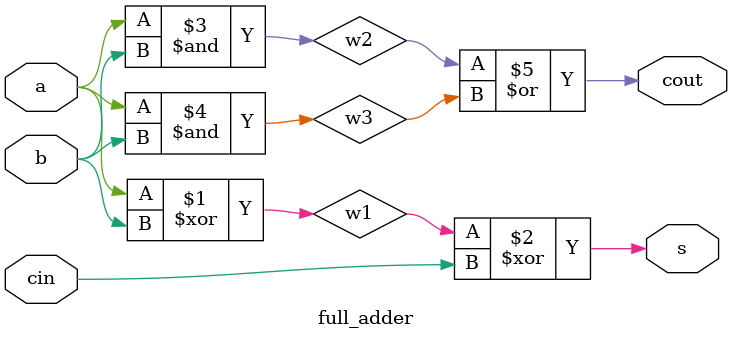
<source format=v>
module full_adder(
    // Port declarations
        // Inputs
        input a,
        input b,
        input cin,
        // Outputs
        output s,
        output cout
    );

    // Declaration of internal wires
    wire w1, w2, w3;
    
    // Circuit operations - structural approach
    xor u0 (w1, a, b);
    xor u1 (s, w1, cin);
    and u2 (w2, a, b);
    and u3 (w3, a, b);
    or u4 (cout, w2, w3);

endmodule


</source>
